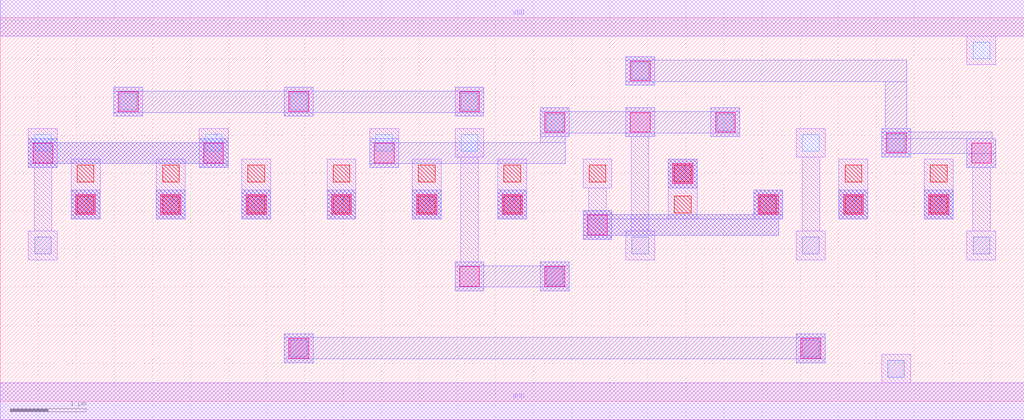
<source format=lef>
MACRO AAAOAOI33211
 CLASS CORE ;
 FOREIGN AAAOAOI33211 0 0 ;
 SIZE 13.44 BY 5.04 ;
 ORIGIN 0 0 ;
 SYMMETRY X Y R90 ;
 SITE unit ;
  PIN VDD
   DIRECTION INOUT ;
   USE POWER ;
   SHAPE ABUTMENT ;
    PORT
     CLASS CORE ;
       LAYER met1 ;
        RECT 0.00000000 4.80000000 13.44000000 5.28000000 ;
    END
  END VDD

  PIN GND
   DIRECTION INOUT ;
   USE POWER ;
   SHAPE ABUTMENT ;
    PORT
     CLASS CORE ;
       LAYER met1 ;
        RECT 0.00000000 -0.24000000 13.44000000 0.24000000 ;
    END
  END GND

  PIN Y
   DIRECTION INOUT ;
   USE SIGNAL ;
   SHAPE ABUTMENT ;
    PORT
     CLASS CORE ;
       LAYER met2 ;
        RECT 0.37000000 3.07200000 0.75000000 3.12200000 ;
        RECT 2.61000000 3.07200000 2.99000000 3.12200000 ;
        RECT 0.37000000 3.12200000 2.99000000 3.40200000 ;
        RECT 0.37000000 3.40200000 0.75000000 3.45200000 ;
        RECT 2.61000000 3.40200000 2.99000000 3.45200000 ;
    END
  END Y

  PIN A2
   DIRECTION INOUT ;
   USE SIGNAL ;
   SHAPE ABUTMENT ;
    PORT
     CLASS CORE ;
       LAYER met2 ;
        RECT 3.17000000 2.39700000 3.55000000 2.77700000 ;
    END
  END A2

  PIN C1
   DIRECTION INOUT ;
   USE SIGNAL ;
   SHAPE ABUTMENT ;
    PORT
     CLASS CORE ;
       LAYER met2 ;
        RECT 7.65000000 2.12700000 8.03000000 2.17700000 ;
        RECT 7.65000000 2.17700000 10.22000000 2.39700000 ;
        RECT 7.65000000 2.39700000 10.27000000 2.45700000 ;
        RECT 7.65000000 2.45700000 8.03000000 2.50700000 ;
        RECT 9.89000000 2.45700000 10.27000000 2.77700000 ;
    END
  END C1

  PIN A
   DIRECTION INOUT ;
   USE SIGNAL ;
   SHAPE ABUTMENT ;
    PORT
     CLASS CORE ;
       LAYER met2 ;
        RECT 0.93000000 2.39700000 1.31000000 2.77700000 ;
    END
  END A

  PIN B2
   DIRECTION INOUT ;
   USE SIGNAL ;
   SHAPE ABUTMENT ;
    PORT
     CLASS CORE ;
       LAYER met2 ;
        RECT 4.29000000 2.39700000 4.67000000 2.77700000 ;
    END
  END B2

  PIN C
   DIRECTION INOUT ;
   USE SIGNAL ;
   SHAPE ABUTMENT ;
    PORT
     CLASS CORE ;
       LAYER met2 ;
        RECT 8.77000000 2.80200000 9.15000000 3.18200000 ;
    END
  END C

  PIN E
   DIRECTION INOUT ;
   USE SIGNAL ;
   SHAPE ABUTMENT ;
    PORT
     CLASS CORE ;
       LAYER met2 ;
        RECT 12.13000000 2.39700000 12.51000000 2.77700000 ;
    END
  END E

  PIN B1
   DIRECTION INOUT ;
   USE SIGNAL ;
   SHAPE ABUTMENT ;
    PORT
     CLASS CORE ;
       LAYER met2 ;
        RECT 5.41000000 2.39700000 5.79000000 2.77700000 ;
    END
  END B1

  PIN D
   DIRECTION INOUT ;
   USE SIGNAL ;
   SHAPE ABUTMENT ;
    PORT
     CLASS CORE ;
       LAYER met2 ;
        RECT 11.01000000 2.39700000 11.39000000 2.77700000 ;
    END
  END D

  PIN A1
   DIRECTION INOUT ;
   USE SIGNAL ;
   SHAPE ABUTMENT ;
    PORT
     CLASS CORE ;
       LAYER met2 ;
        RECT 2.05000000 2.39700000 2.43000000 2.77700000 ;
    END
  END A1

  PIN B
   DIRECTION INOUT ;
   USE SIGNAL ;
   SHAPE ABUTMENT ;
    PORT
     CLASS CORE ;
       LAYER met2 ;
        RECT 6.53000000 2.39700000 6.91000000 2.77700000 ;
    END
  END B

 OBS
    LAYER polycont ;
     RECT 1.01000000 2.47700000 1.23000000 2.69700000 ;
     RECT 2.13000000 2.47700000 2.35000000 2.69700000 ;
     RECT 3.25000000 2.47700000 3.47000000 2.69700000 ;
     RECT 4.37000000 2.47700000 4.59000000 2.69700000 ;
     RECT 5.49000000 2.47700000 5.71000000 2.69700000 ;
     RECT 6.61000000 2.47700000 6.83000000 2.69700000 ;
     RECT 8.85000000 2.47700000 9.07000000 2.69700000 ;
     RECT 9.97000000 2.47700000 10.19000000 2.69700000 ;
     RECT 11.09000000 2.47700000 11.31000000 2.69700000 ;
     RECT 12.21000000 2.47700000 12.43000000 2.69700000 ;
     RECT 1.01000000 2.88200000 1.23000000 3.10200000 ;
     RECT 2.13000000 2.88200000 2.35000000 3.10200000 ;
     RECT 3.25000000 2.88200000 3.47000000 3.10200000 ;
     RECT 4.37000000 2.88200000 4.59000000 3.10200000 ;
     RECT 5.49000000 2.88200000 5.71000000 3.10200000 ;
     RECT 6.61000000 2.88200000 6.83000000 3.10200000 ;
     RECT 7.73000000 2.88200000 7.95000000 3.10200000 ;
     RECT 8.85000000 2.88200000 9.07000000 3.10200000 ;
     RECT 11.09000000 2.88200000 11.31000000 3.10200000 ;
     RECT 12.21000000 2.88200000 12.43000000 3.10200000 ;

    LAYER pdiffc ;
     RECT 0.45000000 3.28700000 0.67000000 3.50700000 ;
     RECT 2.69000000 3.28700000 2.91000000 3.50700000 ;
     RECT 4.93000000 3.28700000 5.15000000 3.50700000 ;
     RECT 6.05000000 3.28700000 6.27000000 3.50700000 ;
     RECT 10.53000000 3.28700000 10.75000000 3.50700000 ;
     RECT 11.65000000 3.28700000 11.87000000 3.50700000 ;
     RECT 7.17000000 3.55700000 7.39000000 3.77700000 ;
     RECT 9.41000000 3.55700000 9.63000000 3.77700000 ;
     RECT 1.57000000 3.82700000 1.79000000 4.04700000 ;
     RECT 3.81000000 3.82700000 4.03000000 4.04700000 ;
     RECT 6.05000000 3.82700000 6.27000000 4.04700000 ;
     RECT 8.29000000 4.23200000 8.51000000 4.45200000 ;
     RECT 12.77000000 4.50200000 12.99000000 4.72200000 ;

    LAYER ndiffc ;
     RECT 11.65000000 0.31700000 11.87000000 0.53700000 ;
     RECT 3.81000000 0.58700000 4.03000000 0.80700000 ;
     RECT 10.53000000 0.58700000 10.75000000 0.80700000 ;
     RECT 7.17000000 1.53200000 7.39000000 1.75200000 ;
     RECT 0.45000000 1.93700000 0.67000000 2.15700000 ;
     RECT 8.29000000 1.93700000 8.51000000 2.15700000 ;
     RECT 10.53000000 1.93700000 10.75000000 2.15700000 ;
     RECT 12.77000000 1.93700000 12.99000000 2.15700000 ;

    LAYER met1 ;
     RECT 0.00000000 -0.24000000 13.44000000 0.24000000 ;
     RECT 11.57000000 0.24000000 11.95000000 0.61700000 ;
     RECT 3.73000000 0.50700000 4.11000000 0.88700000 ;
     RECT 10.45000000 0.50700000 10.83000000 0.88700000 ;
     RECT 7.09000000 1.45200000 7.47000000 1.83200000 ;
     RECT 9.89000000 2.39700000 10.27000000 2.77700000 ;
     RECT 0.93000000 2.39700000 1.31000000 3.18200000 ;
     RECT 2.05000000 2.39700000 2.43000000 3.18200000 ;
     RECT 3.17000000 2.39700000 3.55000000 3.18200000 ;
     RECT 4.29000000 2.39700000 4.67000000 3.18200000 ;
     RECT 5.41000000 2.39700000 5.79000000 3.18200000 ;
     RECT 6.53000000 2.39700000 6.91000000 3.18200000 ;
     RECT 7.65000000 2.12700000 8.03000000 2.50700000 ;
     RECT 7.72500000 2.50700000 7.95500000 2.80200000 ;
     RECT 7.65000000 2.80200000 8.03000000 3.18200000 ;
     RECT 8.77000000 2.39700000 9.15000000 3.18200000 ;
     RECT 11.01000000 2.39700000 11.39000000 3.18200000 ;
     RECT 12.13000000 2.39700000 12.51000000 3.18200000 ;
     RECT 12.69000000 1.85700000 13.07000000 2.23700000 ;
     RECT 12.76500000 2.23700000 12.99500000 3.07200000 ;
     RECT 12.69000000 3.07200000 13.07000000 3.45200000 ;
     RECT 0.37000000 1.85700000 0.75000000 2.23700000 ;
     RECT 0.44500000 2.23700000 0.67500000 3.07200000 ;
     RECT 0.37000000 3.07200000 0.75000000 3.58700000 ;
     RECT 2.61000000 3.07200000 2.99000000 3.58700000 ;
     RECT 4.85000000 3.07200000 5.23000000 3.58700000 ;
     RECT 5.97000000 1.45200000 6.35000000 1.83200000 ;
     RECT 6.04500000 1.83200000 6.27500000 3.20700000 ;
     RECT 5.97000000 3.20700000 6.35000000 3.58700000 ;
     RECT 10.45000000 1.85700000 10.83000000 2.23700000 ;
     RECT 10.52500000 2.23700000 10.75500000 3.20700000 ;
     RECT 10.45000000 3.20700000 10.83000000 3.58700000 ;
     RECT 11.57000000 3.20700000 11.95000000 3.58700000 ;
     RECT 7.09000000 3.47700000 7.47000000 3.85700000 ;
     RECT 8.21000000 1.85700000 8.59000000 2.23700000 ;
     RECT 8.28500000 2.23700000 8.51500000 3.47700000 ;
     RECT 8.21000000 3.47700000 8.59000000 3.85700000 ;
     RECT 9.33000000 3.47700000 9.71000000 3.85700000 ;
     RECT 1.49000000 3.74700000 1.87000000 4.12700000 ;
     RECT 3.73000000 3.74700000 4.11000000 4.12700000 ;
     RECT 5.97000000 3.74700000 6.35000000 4.12700000 ;
     RECT 8.21000000 4.15200000 8.59000000 4.53200000 ;
     RECT 12.69000000 4.42200000 13.07000000 4.80000000 ;
     RECT 0.00000000 4.80000000 13.44000000 5.28000000 ;

    LAYER via1 ;
     RECT 3.79000000 0.56700000 4.05000000 0.82700000 ;
     RECT 10.51000000 0.56700000 10.77000000 0.82700000 ;
     RECT 6.03000000 1.51200000 6.29000000 1.77200000 ;
     RECT 7.15000000 1.51200000 7.41000000 1.77200000 ;
     RECT 7.71000000 2.18700000 7.97000000 2.44700000 ;
     RECT 0.99000000 2.45700000 1.25000000 2.71700000 ;
     RECT 2.11000000 2.45700000 2.37000000 2.71700000 ;
     RECT 3.23000000 2.45700000 3.49000000 2.71700000 ;
     RECT 4.35000000 2.45700000 4.61000000 2.71700000 ;
     RECT 5.47000000 2.45700000 5.73000000 2.71700000 ;
     RECT 6.59000000 2.45700000 6.85000000 2.71700000 ;
     RECT 9.95000000 2.45700000 10.21000000 2.71700000 ;
     RECT 11.07000000 2.45700000 11.33000000 2.71700000 ;
     RECT 12.19000000 2.45700000 12.45000000 2.71700000 ;
     RECT 8.83000000 2.86200000 9.09000000 3.12200000 ;
     RECT 0.43000000 3.13200000 0.69000000 3.39200000 ;
     RECT 2.67000000 3.13200000 2.93000000 3.39200000 ;
     RECT 4.91000000 3.13200000 5.17000000 3.39200000 ;
     RECT 12.75000000 3.13200000 13.01000000 3.39200000 ;
     RECT 11.63000000 3.26700000 11.89000000 3.52700000 ;
     RECT 7.15000000 3.53700000 7.41000000 3.79700000 ;
     RECT 8.27000000 3.53700000 8.53000000 3.79700000 ;
     RECT 9.39000000 3.53700000 9.65000000 3.79700000 ;
     RECT 1.55000000 3.80700000 1.81000000 4.06700000 ;
     RECT 3.79000000 3.80700000 4.05000000 4.06700000 ;
     RECT 6.03000000 3.80700000 6.29000000 4.06700000 ;
     RECT 8.27000000 4.21200000 8.53000000 4.47200000 ;

    LAYER met2 ;
     RECT 3.73000000 0.50700000 4.11000000 0.55700000 ;
     RECT 10.45000000 0.50700000 10.83000000 0.55700000 ;
     RECT 3.73000000 0.55700000 10.83000000 0.83700000 ;
     RECT 3.73000000 0.83700000 4.11000000 0.88700000 ;
     RECT 10.45000000 0.83700000 10.83000000 0.88700000 ;
     RECT 5.97000000 1.45200000 6.35000000 1.50200000 ;
     RECT 7.09000000 1.45200000 7.47000000 1.50200000 ;
     RECT 5.97000000 1.50200000 7.47000000 1.78200000 ;
     RECT 5.97000000 1.78200000 6.35000000 1.83200000 ;
     RECT 7.09000000 1.78200000 7.47000000 1.83200000 ;
     RECT 0.93000000 2.39700000 1.31000000 2.77700000 ;
     RECT 2.05000000 2.39700000 2.43000000 2.77700000 ;
     RECT 3.17000000 2.39700000 3.55000000 2.77700000 ;
     RECT 4.29000000 2.39700000 4.67000000 2.77700000 ;
     RECT 5.41000000 2.39700000 5.79000000 2.77700000 ;
     RECT 6.53000000 2.39700000 6.91000000 2.77700000 ;
     RECT 7.65000000 2.12700000 8.03000000 2.17700000 ;
     RECT 7.65000000 2.17700000 10.22000000 2.39700000 ;
     RECT 7.65000000 2.39700000 10.27000000 2.45700000 ;
     RECT 7.65000000 2.45700000 8.03000000 2.50700000 ;
     RECT 9.89000000 2.45700000 10.27000000 2.77700000 ;
     RECT 11.01000000 2.39700000 11.39000000 2.77700000 ;
     RECT 12.13000000 2.39700000 12.51000000 2.77700000 ;
     RECT 8.77000000 2.80200000 9.15000000 3.18200000 ;
     RECT 0.37000000 3.07200000 0.75000000 3.12200000 ;
     RECT 2.61000000 3.07200000 2.99000000 3.12200000 ;
     RECT 0.37000000 3.12200000 2.99000000 3.40200000 ;
     RECT 0.37000000 3.40200000 0.75000000 3.45200000 ;
     RECT 2.61000000 3.40200000 2.99000000 3.45200000 ;
     RECT 4.85000000 3.07200000 5.23000000 3.12200000 ;
     RECT 4.85000000 3.12200000 7.42000000 3.40200000 ;
     RECT 4.85000000 3.40200000 5.23000000 3.45200000 ;
     RECT 7.09000000 3.40200000 7.42000000 3.47700000 ;
     RECT 7.09000000 3.47700000 7.47000000 3.52700000 ;
     RECT 8.21000000 3.47700000 8.59000000 3.52700000 ;
     RECT 9.33000000 3.47700000 9.71000000 3.52700000 ;
     RECT 7.09000000 3.52700000 9.71000000 3.80700000 ;
     RECT 7.09000000 3.80700000 7.47000000 3.85700000 ;
     RECT 8.21000000 3.80700000 8.59000000 3.85700000 ;
     RECT 9.33000000 3.80700000 9.71000000 3.85700000 ;
     RECT 1.49000000 3.74700000 1.87000000 3.79700000 ;
     RECT 3.73000000 3.74700000 4.11000000 3.79700000 ;
     RECT 5.97000000 3.74700000 6.35000000 3.79700000 ;
     RECT 1.49000000 3.79700000 6.35000000 4.07700000 ;
     RECT 1.49000000 4.07700000 1.87000000 4.12700000 ;
     RECT 3.73000000 4.07700000 4.11000000 4.12700000 ;
     RECT 5.97000000 4.07700000 6.35000000 4.12700000 ;
     RECT 11.57000000 3.20700000 11.95000000 3.25700000 ;
     RECT 12.69000000 3.07200000 13.07000000 3.25700000 ;
     RECT 11.57000000 3.25700000 13.07000000 3.45200000 ;
     RECT 11.57000000 3.45200000 13.02000000 3.53700000 ;
     RECT 11.57000000 3.53700000 11.95000000 3.58700000 ;
     RECT 8.21000000 4.15200000 8.59000000 4.20200000 ;
     RECT 11.62000000 3.58700000 11.90000000 4.20200000 ;
     RECT 8.21000000 4.20200000 11.90000000 4.48200000 ;
     RECT 8.21000000 4.48200000 8.59000000 4.53200000 ;

 END
END AAAOAOI33211

</source>
